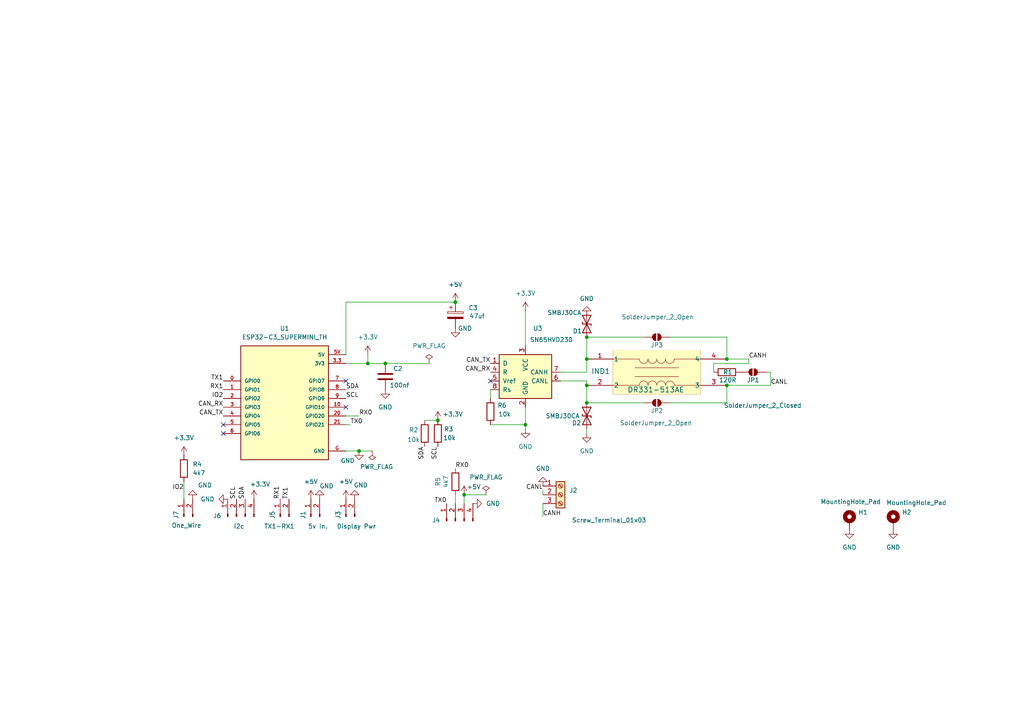
<source format=kicad_sch>
(kicad_sch (version 20250114) (generator "eeschema") (generator_version "9.0")
  (paper "A4")
  (lib_symbols
    (symbol "ACT1210D:ACT1210-510-2P-TL00" (pin_names (offset 0.254))
      (property "Reference" "IN1" (at 19.304 4.318 0))
      (property "Value" "DR331-513AE" (at 22.352 10.668 0))
      (symbol "ACT1210-510-2P-TL00_0_1"
        (polyline (pts (xy 7.62 2.54) (xy 7.62 -10.16)) (stroke (width 0.127)))
        (polyline (pts (xy 7.62 0) (xy 15.24 0)) (stroke (width 0.127)))
        (polyline (pts (xy 7.62 -7.62) (xy 15.24 -7.62)) (stroke (width 0.127)))
        (polyline (pts (xy 7.62 -10.16) (xy 33.02 -10.16)) (stroke (width 0.127)))
        (polyline (pts (xy 13.97 -2.54) (xy 26.67 -2.54)) (stroke (width 0.127)))
        (polyline (pts (xy 13.97 -5.08) (xy 26.67 -5.08)) (stroke (width 0.127)))
        (arc (start 17.78 0) (mid 16.51 -1.2645) (end 15.24 0) (stroke (width 0.127)))
        (arc (start 15.24 -7.62) (mid 16.51 -6.3555) (end 17.78 -7.62) (stroke (width 0.127)))
        (arc (start 20.32 0) (mid 19.05 -1.2645) (end 17.78 0) (stroke (width 0.127)))
        (arc (start 17.78 -7.62) (mid 19.05 -6.3555) (end 20.32 -7.62) (stroke (width 0.127)))
        (arc (start 22.86 0) (mid 21.59 -1.2645) (end 20.32 0) (stroke (width 0.127)))
        (arc (start 20.32 -7.62) (mid 21.59 -6.3555) (end 22.86 -7.62) (stroke (width 0.127)))
        (arc (start 25.4 0) (mid 24.13 -1.2645) (end 22.86 0) (stroke (width 0.127)))
        (arc (start 22.86 -7.62) (mid 24.13 -6.3555) (end 25.4 -7.62) (stroke (width 0.127)))
        (polyline (pts (xy 33.02 2.54) (xy 7.62 2.54)) (stroke (width 0.127)))
        (polyline (pts (xy 33.02 0) (xy 25.4 0)) (stroke (width 0.127)))
        (polyline (pts (xy 33.02 -7.62) (xy 25.4 -7.62)) (stroke (width 0.127)))
        (polyline (pts (xy 33.02 -10.16) (xy 33.02 2.54)) (stroke (width 0.127)))
      )
      (symbol "ACT1210-510-2P-TL00_1_1"
        (rectangle (start 7.62 2.54) (end 33.02 -10.16) (stroke (width 0) (color 255 255 194 1)) (fill (type color) (color 255 255 194 1)))
        (pin passive line (at 0 0 0) (length 7.62) (name "1") (number "1"))
        (pin passive line (at 0 -7.62 0) (length 7.62) (name "2") (number "2"))
        (pin passive line (at 40.64 0 180) (length 7.62) (name "4") (number "4"))
        (pin passive line (at 40.64 -7.62 180) (length 7.62) (name "3") (number "3"))
      )
    )
    (symbol "Connector:Conn_01x02_Pin" (pin_names (offset 1.016) (hide yes))
      (property "Reference" "J" (at 0 2.54 0))
      (property "Value" "Conn_01x02_Pin" (at 0 -5.08 0))
      (symbol "Conn_01x02_Pin_1_1"
        (rectangle (start 0.8636 0.127) (end 0 -0.127) (stroke (width 0.1524)) (fill (type outline)))
        (rectangle (start 0.8636 -2.413) (end 0 -2.667) (stroke (width 0.1524)) (fill (type outline)))
        (polyline (pts (xy 1.27 0) (xy 0.8636 0)) (stroke (width 0.1524)))
        (polyline (pts (xy 1.27 -2.54) (xy 0.8636 -2.54)) (stroke (width 0.1524)))
        (pin passive line (at 5.08 0 180) (length 3.81) (name "Pin_1") (number "1"))
        (pin passive line (at 5.08 -2.54 180) (length 3.81) (name "Pin_2") (number "2"))
      )
    )
    (symbol "Connector:Conn_01x04_Pin" (pin_names (offset 1.016) (hide yes))
      (property "Reference" "J" (at 0 5.08 0))
      (property "Value" "Conn_01x04_Pin" (at 0 -7.62 0))
      (symbol "Conn_01x04_Pin_1_1"
        (rectangle (start 0.8636 2.667) (end 0 2.413) (stroke (width 0.1524)) (fill (type outline)))
        (rectangle (start 0.8636 0.127) (end 0 -0.127) (stroke (width 0.1524)) (fill (type outline)))
        (rectangle (start 0.8636 -2.413) (end 0 -2.667) (stroke (width 0.1524)) (fill (type outline)))
        (rectangle (start 0.8636 -4.953) (end 0 -5.207) (stroke (width 0.1524)) (fill (type outline)))
        (polyline (pts (xy 1.27 2.54) (xy 0.8636 2.54)) (stroke (width 0.1524)))
        (polyline (pts (xy 1.27 0) (xy 0.8636 0)) (stroke (width 0.1524)))
        (polyline (pts (xy 1.27 -2.54) (xy 0.8636 -2.54)) (stroke (width 0.1524)))
        (polyline (pts (xy 1.27 -5.08) (xy 0.8636 -5.08)) (stroke (width 0.1524)))
        (pin passive line (at 5.08 2.54 180) (length 3.81) (name "Pin_1") (number "1"))
        (pin passive line (at 5.08 0 180) (length 3.81) (name "Pin_2") (number "2"))
        (pin passive line (at 5.08 -2.54 180) (length 3.81) (name "Pin_3") (number "3"))
        (pin passive line (at 5.08 -5.08 180) (length 3.81) (name "Pin_4") (number "4"))
      )
    )
    (symbol "Connector:Screw_Terminal_01x03" (pin_names (offset 1.016) (hide yes))
      (property "Reference" "J" (at 0 5.08 0))
      (property "Value" "Screw_Terminal_01x03" (at 0 -5.08 0))
      (symbol "Screw_Terminal_01x03_1_1"
        (rectangle (start -1.27 3.81) (end 1.27 -3.81) (stroke (width 0.254)) (fill (type background)))
        (polyline (pts (xy -0.5334 2.8702) (xy 0.3302 2.032)) (stroke (width 0.1524)))
        (polyline (pts (xy -0.5334 0.3302) (xy 0.3302 -0.508)) (stroke (width 0.1524)))
        (polyline (pts (xy -0.5334 -2.2098) (xy 0.3302 -3.048)) (stroke (width 0.1524)))
        (polyline (pts (xy -0.3556 3.048) (xy 0.508 2.2098)) (stroke (width 0.1524)))
        (polyline (pts (xy -0.3556 0.508) (xy 0.508 -0.3302)) (stroke (width 0.1524)))
        (polyline (pts (xy -0.3556 -2.032) (xy 0.508 -2.8702)) (stroke (width 0.1524)))
        (circle (center 0 2.54) (radius 0.635) (stroke (width 0.1524)))
        (circle (center 0 0) (radius 0.635) (stroke (width 0.1524)))
        (circle (center 0 -2.54) (radius 0.635) (stroke (width 0.1524)))
        (pin passive line (at -5.08 2.54 0) (length 3.81) (name "Pin_1") (number "1"))
        (pin passive line (at -5.08 0 0) (length 3.81) (name "Pin_2") (number "2"))
        (pin passive line (at -5.08 -2.54 0) (length 3.81) (name "Pin_3") (number "3"))
      )
    )
    (symbol "Device:C" (pin_numbers (hide yes)) (pin_names (offset 0.254))
      (property "Reference" "C" (at 0.635 2.54 0))
      (property "Value" "C" (at 0.635 -2.54 0))
      (symbol "C_0_1"
        (polyline (pts (xy -2.032 0.762) (xy 2.032 0.762)) (stroke (width 0.508)))
        (polyline (pts (xy -2.032 -0.762) (xy 2.032 -0.762)) (stroke (width 0.508)))
      )
      (symbol "C_1_1"
        (pin passive line (at 0 3.81 270) (length 2.794) (name "~") (number "1"))
        (pin passive line (at 0 -3.81 90) (length 2.794) (name "~") (number "2"))
      )
    )
    (symbol "Device:C_Polarized" (pin_numbers (hide yes)) (pin_names (offset 0.254))
      (property "Reference" "C" (at 0.635 2.54 0))
      (property "Value" "C_Polarized" (at 0.635 -2.54 0))
      (symbol "C_Polarized_0_1"
        (rectangle (start -2.286 0.508) (end 2.286 1.016))
        (polyline (pts (xy -1.778 2.286) (xy -0.762 2.286)))
        (polyline (pts (xy -1.27 2.794) (xy -1.27 1.778)))
        (rectangle (start 2.286 -0.508) (end -2.286 -1.016) (fill (type outline)))
      )
      (symbol "C_Polarized_1_1"
        (pin passive line (at 0 3.81 270) (length 2.794) (name "~") (number "1"))
        (pin passive line (at 0 -3.81 90) (length 2.794) (name "~") (number "2"))
      )
    )
    (symbol "Device:R" (pin_numbers (hide yes)) (pin_names (offset 0))
      (property "Reference" "R" (at 2.032 0 90))
      (property "Value" "R" (at 0 0 90))
      (symbol "R_0_1"
        (rectangle (start -1.016 -2.54) (end 1.016 2.54) (stroke (width 0.254)))
      )
      (symbol "R_1_1"
        (pin passive line (at 0 3.81 270) (length 1.27) (name "~") (number "1"))
        (pin passive line (at 0 -3.81 90) (length 1.27) (name "~") (number "2"))
      )
    )
    (symbol "Diode:1N630xCA" (pin_numbers (hide yes)) (pin_names (offset 1.016) (hide yes))
      (property "Reference" "D" (at 0 2.54 0))
      (property "Value" "1N630xCA" (at 0 -2.54 0))
      (symbol "1N630xCA_0_1"
        (polyline (pts (xy -2.54 -1.27) (xy 0 0) (xy -2.54 1.27) (xy -2.54 -1.27)) (stroke (width 0.254)))
        (polyline (pts (xy 0.508 1.27) (xy 0 1.27) (xy 0 -1.27) (xy -0.508 -1.27)) (stroke (width 0.254)))
        (polyline (pts (xy 1.27 0) (xy -1.27 0)))
        (polyline (pts (xy 2.54 1.27) (xy 2.54 -1.27) (xy 0 0) (xy 2.54 1.27)) (stroke (width 0.254)))
      )
      (symbol "1N630xCA_1_1"
        (pin passive line (at -3.81 0 0) (length 2.54) (name "A1") (number "1"))
        (pin passive line (at 3.81 0 180) (length 2.54) (name "A2") (number "2"))
      )
    )
    (symbol "ESP32-C3_SUPERMINI_TH:ESP32-C3_SUPERMINI_TH" (pin_names (offset 1.016))
      (property "Reference" "U1" (at 0 20.32 0))
      (property "Value" "ESP32-C3_SUPERMINI_TH" (at 0 17.78 0))
      (symbol "ESP32-C3_SUPERMINI_TH_0_0"
        (rectangle (start -12.7 -17.78) (end 12.7 15.24) (stroke (width 0.254)) (fill (type background)))
        (pin bidirectional line (at -17.78 5.08 0) (length 5.08) (name "GPIO0") (number "0"))
        (pin bidirectional line (at -17.78 2.54 0) (length 5.08) (name "GPIO1") (number "1"))
        (pin bidirectional line (at -17.78 0 0) (length 5.08) (name "GPIO2") (number "2"))
        (pin bidirectional line (at -17.78 -2.54 0) (length 5.08) (name "GPIO3") (number "3"))
        (pin bidirectional line (at -17.78 -5.08 0) (length 5.08) (name "GPIO4") (number "4"))
        (pin bidirectional line (at -17.78 -7.62 0) (length 5.08) (name "GPIO5") (number "5"))
        (pin bidirectional line (at -17.78 -10.16 0) (length 5.08) (name "GPIO6") (number "6"))
        (pin power_in line (at 17.78 12.7 180) (length 5.08) (name "5V") (number "5V"))
        (pin power_in line (at 17.78 10.16 180) (length 5.08) (name "3V3") (number "3.3"))
        (pin bidirectional line (at 17.78 5.08 180) (length 5.08) (name "GPIO7") (number "7"))
        (pin bidirectional line (at 17.78 2.54 180) (length 5.08) (name "GPIO8") (number "8"))
        (pin bidirectional line (at 17.78 0 180) (length 5.08) (name "GPIO9") (number "9"))
        (pin bidirectional line (at 17.78 -2.54 180) (length 5.08) (name "GPIO10") (number "10"))
        (pin bidirectional line (at 17.78 -5.08 180) (length 5.08) (name "GPIO20") (number "20"))
        (pin bidirectional line (at 17.78 -7.62 180) (length 5.08) (name "GPIO21") (number "21"))
        (pin power_in line (at 17.78 -15.24 180) (length 5.08) (name "GND") (number "G"))
      )
    )
    (symbol "Interface_CAN_LIN:SN65HVD230" (pin_names (offset 1.016))
      (property "Reference" "U" (at -2.54 10.16 0))
      (property "Value" "SN65HVD230" (at -2.54 7.62 0))
      (symbol "SN65HVD230_0_1"
        (rectangle (start -7.62 5.08) (end 7.62 -7.62) (stroke (width 0.254)) (fill (type background)))
      )
      (symbol "SN65HVD230_1_1"
        (pin input line (at -10.16 2.54 0) (length 2.54) (name "D") (number "1"))
        (pin output line (at -10.16 0 0) (length 2.54) (name "R") (number "4"))
        (pin output line (at -10.16 -2.54 0) (length 2.54) (name "Vref") (number "5"))
        (pin input line (at -10.16 -5.08 0) (length 2.54) (name "Rs") (number "8"))
        (pin power_in line (at 0 7.62 270) (length 2.54) (name "VCC") (number "3"))
        (pin power_in line (at 0 -10.16 90) (length 2.54) (name "GND") (number "2"))
        (pin bidirectional line (at 10.16 0 180) (length 2.54) (name "CANH") (number "7"))
        (pin bidirectional line (at 10.16 -2.54 180) (length 2.54) (name "CANL") (number "6"))
      )
    )
    (symbol "Jumper:SolderJumper_2_Open" (pin_numbers (hide yes)) (pin_names (offset 0) (hide yes)) (exclude_from_sim yes) (in_bom no)
      (property "Reference" "JP" (at 0 2.032 0))
      (property "Value" "SolderJumper_2_Open" (at 0 -2.54 0))
      (symbol "SolderJumper_2_Open_0_1"
        (polyline (pts (xy -0.254 1.016) (xy -0.254 -1.016)))
        (arc (start -0.254 -1.016) (mid -1.2656 0) (end -0.254 1.016))
        (arc (start -0.254 -1.016) (mid -1.2656 0) (end -0.254 1.016) (fill (type outline)))
        (arc (start 0.254 1.016) (mid 1.2656 0) (end 0.254 -1.016))
        (arc (start 0.254 1.016) (mid 1.2656 0) (end 0.254 -1.016) (fill (type outline)))
        (polyline (pts (xy 0.254 1.016) (xy 0.254 -1.016)))
      )
      (symbol "SolderJumper_2_Open_1_1"
        (pin passive line (at -3.81 0 0) (length 2.54) (name "A") (number "1"))
        (pin passive line (at 3.81 0 180) (length 2.54) (name "B") (number "2"))
      )
    )
    (symbol "Mechanical:MountingHole_Pad" (pin_numbers (hide yes)) (pin_names (offset 1.016) (hide yes)) (exclude_from_sim yes) (in_bom no)
      (property "Reference" "H" (at 0 6.35 0))
      (property "Value" "MountingHole_Pad" (at 0 4.445 0))
      (symbol "MountingHole_Pad_0_1"
        (circle (center 0 1.27) (radius 1.27) (stroke (width 1.27)))
      )
      (symbol "MountingHole_Pad_1_1"
        (pin input line (at 0 -2.54 90) (length 2.54) (name "1") (number "1"))
      )
    )
    (symbol "power:+3.3V" (power) (pin_numbers (hide yes)) (pin_names (offset 0) (hide yes))
      (property "Value" "+3.3V" (at 0 3.556 0))
      (symbol "+3.3V_0_1"
        (polyline (pts (xy -0.762 1.27) (xy 0 2.54)))
        (polyline (pts (xy 0 2.54) (xy 0.762 1.27)))
        (polyline (pts (xy 0 0) (xy 0 2.54)))
      )
      (symbol "+3.3V_1_1"
        (pin power_in line (at 0 0 90) (length 0) (name "~") (number "1"))
      )
    )
    (symbol "power:+5V" (power) (pin_numbers (hide yes)) (pin_names (offset 0) (hide yes))
      (property "Value" "+5V" (at 0 3.556 0))
      (symbol "+5V_0_1"
        (polyline (pts (xy -0.762 1.27) (xy 0 2.54)))
        (polyline (pts (xy 0 2.54) (xy 0.762 1.27)))
        (polyline (pts (xy 0 0) (xy 0 2.54)))
      )
      (symbol "+5V_1_1"
        (pin power_in line (at 0 0 90) (length 0) (name "~") (number "1"))
      )
    )
    (symbol "power:GND" (power) (pin_numbers (hide yes)) (pin_names (offset 0) (hide yes))
      (property "Value" "GND" (at 0 -3.81 0))
      (symbol "GND_0_1"
        (polyline (pts (xy 0 0) (xy 0 -1.27) (xy 1.27 -1.27) (xy 0 -2.54) (xy -1.27 -1.27) (xy 0 -1.27)))
      )
      (symbol "GND_1_1"
        (pin power_in line (at 0 0 270) (length 0) (name "~") (number "1"))
      )
    )
    (symbol "power:PWR_FLAG" (power) (pin_numbers (hide yes)) (pin_names (offset 0) (hide yes))
      (property "Value" "PWR_FLAG" (at 0 3.81 0))
      (symbol "PWR_FLAG_0_0"
        (pin power_out line (at 0 0 90) (length 0) (name "~") (number "1"))
      )
      (symbol "PWR_FLAG_0_1"
        (polyline (pts (xy 0 0) (xy 0 1.27) (xy -1.016 1.905) (xy 0 2.54) (xy 1.016 1.905) (xy 0 1.27)))
      )
    )
  )
  (junction (at 170.18 104.14))
  (junction (at 170.18 97.79))
  (junction (at 127 121.92))
  (junction (at 152.4 123.19))
  (junction (at 170.18 116.84))
  (junction (at 111.76 105.41))
  (junction (at 106.68 105.41))
  (junction (at 104.14 130.81))
  (junction (at 210.82 104.14))
  (junction (at 170.18 111.76))
  (junction (at 210.82 111.76))
  (junction (at 132.08 87.63))
  (junction (at 134.62 143.51))
  (no_connect (at 64.77 125.73))
  (no_connect (at 64.77 123.19))
  (no_connect (at 142.24 110.49))
  (no_connect (at 100.33 118.11))
  (no_connect (at 100.33 110.49))
  (wire (pts (xy 104.14 130.81) (xy 107.95 130.81)))
  (wire (pts (xy 100.33 105.41) (xy 106.68 105.41)))
  (wire (pts (xy 134.62 143.51) (xy 134.62 146.05)))
  (wire (pts (xy 222.25 107.95) (xy 223.52 107.95)))
  (wire (pts (xy 210.82 111.76) (xy 223.52 111.76)))
  (wire (pts (xy 157.48 146.05) (xy 157.48 149.86)))
  (wire (pts (xy 106.68 105.41) (xy 106.68 102.87)))
  (wire (pts (xy 217.17 105.41) (xy 207.01 105.41)))
  (wire (pts (xy 100.33 120.65) (xy 104.14 120.65)))
  (wire (pts (xy 170.18 104.14) (xy 170.18 107.95)))
  (wire (pts (xy 100.33 123.19) (xy 101.6 123.19)))
  (wire (pts (xy 217.17 104.14) (xy 217.17 105.41)))
  (wire (pts (xy 100.33 87.63) (xy 132.08 87.63)))
  (wire (pts (xy 100.33 87.63) (xy 100.33 102.87)))
  (wire (pts (xy 162.56 110.49) (xy 170.18 110.49)))
  (wire (pts (xy 210.82 104.14) (xy 217.17 104.14)))
  (wire (pts (xy 210.82 116.84) (xy 194.31 116.84)))
  (wire (pts (xy 207.01 105.41) (xy 207.01 107.95)))
  (wire (pts (xy 210.82 111.76) (xy 210.82 116.84)))
  (wire (pts (xy 170.18 110.49) (xy 170.18 111.76)))
  (wire (pts (xy 152.4 90.17) (xy 152.4 100.33)))
  (wire (pts (xy 170.18 97.79) (xy 170.18 104.14)))
  (wire (pts (xy 100.33 130.81) (xy 104.14 130.81)))
  (wire (pts (xy 170.18 111.76) (xy 170.18 116.84)))
  (wire (pts (xy 106.68 105.41) (xy 111.76 105.41)))
  (wire (pts (xy 152.4 124.46) (xy 152.4 123.19)))
  (wire (pts (xy 140.97 143.51) (xy 134.62 143.51)))
  (wire (pts (xy 132.08 143.51) (xy 132.08 146.05)))
  (wire (pts (xy 170.18 97.79) (xy 186.69 97.79)))
  (wire (pts (xy 210.82 97.79) (xy 194.31 97.79)))
  (wire (pts (xy 186.69 116.84) (xy 170.18 116.84)))
  (wire (pts (xy 157.48 142.24) (xy 157.48 143.51)))
  (wire (pts (xy 53.34 139.7) (xy 53.34 144.78)))
  (wire (pts (xy 170.18 125.73) (xy 170.18 124.46)))
  (wire (pts (xy 152.4 123.19) (xy 152.4 118.11)))
  (wire (pts (xy 111.76 105.41) (xy 124.46 105.41)))
  (wire (pts (xy 223.52 107.95) (xy 223.52 111.76)))
  (wire (pts (xy 142.24 113.03) (xy 142.24 115.57)))
  (wire (pts (xy 142.24 123.19) (xy 152.4 123.19)))
  (wire (pts (xy 170.18 107.95) (xy 162.56 107.95)))
  (wire (pts (xy 170.18 91.44) (xy 170.18 90.17)))
  (wire (pts (xy 210.82 104.14) (xy 210.82 97.79)))
  (wire (pts (xy 123.19 121.92) (xy 127 121.92)))
  (label "IO2" (at 53.34 142.24 180))
  (label "CANH" (at 157.48 149.86 0))
  (label "CAN_RX" (at 64.77 118.11 180))
  (label "SDA" (at 123.19 129.54 270))
  (label "CAN_TX" (at 64.77 120.65 180))
  (label "CANL" (at 157.48 142.24 180))
  (label "SCL" (at 100.33 115.57 0))
  (label "SCL" (at 68.58 144.78 90))
  (label "CANL" (at 223.52 111.76 0))
  (label "CANH" (at 217.17 104.14 0))
  (label "TX1" (at 83.82 144.78 90))
  (label "CAN_RX" (at 142.24 107.95 180))
  (label "SCL" (at 127 129.54 270))
  (label "IO2" (at 64.77 115.57 180))
  (label "RX0" (at 104.14 120.65 0))
  (label "CAN_TX" (at 142.24 105.41 180))
  (label "TX0" (at 101.6 123.19 0))
  (label "TX0" (at 129.54 146.05 180))
  (label "TX1" (at 64.77 110.49 180))
  (label "RX0" (at 132.08 135.89 0))
  (label "RX1" (at 64.77 113.03 180))
  (label "SDA" (at 100.33 113.03 0))
  (label "SDA" (at 71.12 144.78 90))
  (label "RX1" (at 81.28 144.78 90))
  (symbol (lib_id "power:+5V") (at 90.17 144.78 0) (unit 1)
    (property "Reference" "#PWR4" (effects (hide yes)))
    (property "Value" "+5V" (at 90.17 139.7 0))
    (property "Description" "Power symbol creates a global label with name \"+5V\"" (effects (hide yes)))
  )
  (symbol (lib_id "power:+5V") (at 134.62 143.51 0) (unit 1)
    (property "Reference" "#PWR1" (effects (hide yes)))
    (property "Value" "+5V" (at 137.414 141.224 0))
    (property "Description" "Power symbol creates a global label with name \"+5V\"" (effects (hide yes)))
  )
  (symbol (lib_id "power:PWR_FLAG") (at 124.46 105.41 0) (unit 1)
    (property "Reference" "#FLG2" (effects (hide yes)))
    (property "Value" "PWR_FLAG" (at 124.46 100.33 0))
    (property "Description" "Special symbol for telling ERC where power comes from" (effects (hide yes)))
  )
  (symbol (lib_id "Device:R") (at 123.19 125.73 0) (unit 1)
    (property "Reference" "R2" (at 118.618 124.714 0) (effects (justify left)))
    (property "Value" "10k" (at 118.11 127.508 0) (effects (justify left)))
    (property "Footprint" "Resistor_SMD:R_1206_3216Metric_Pad1.30x1.75mm_HandSolder" (effects (hide yes)))
    (property "Description" "Resistor" (effects (hide yes)))
  )
  (symbol (lib_id "power:GND") (at 66.04 144.78 270) (unit 1)
    (property "Reference" "#PWR15" (effects (hide yes)))
    (property "Value" "GND" (at 62.23 144.7799 90) (effects (justify right)))
    (property "Description" "Power symbol creates a global label with name \"GND\" , ground" (effects (hide yes)))
  )
  (symbol (lib_id "Device:R") (at 142.24 119.38 0) (unit 1)
    (property "Reference" "R6" (at 144.272 117.602 0) (effects (justify left)))
    (property "Value" "10k" (at 144.526 120.142 0) (effects (justify left)))
    (property "Footprint" "Resistor_SMD:R_1206_3216Metric_Pad1.30x1.75mm_HandSolder" (effects (hide yes)))
    (property "Description" "Resistor" (effects (hide yes)))
  )
  (symbol (lib_id "power:GND") (at 102.87 144.78 180) (unit 1)
    (property "Reference" "#PWR14" (effects (hide yes)))
    (property "Value" "GND" (at 104.648 140.716 0))
    (property "Description" "Power symbol creates a global label with name \"GND\" , ground" (effects (hide yes)))
  )
  (symbol (lib_id "Mechanical:MountingHole_Pad") (at 246.38 151.13 0) (unit 1) (exclude_from_sim yes) (in_bom no)
    (property "Reference" "H1" (at 248.92 148.5899 0) (effects (justify left)))
    (property "Value" "MountingHole_Pad" (at 237.998 145.542 0) (effects (justify left)))
    (property "Footprint" "MountingHole:MountingHole_3.5mm_Pad_Via" (effects (hide yes)))
    (property "Description" "Mounting Hole with connection" (effects (hide yes)))
  )
  (symbol (lib_id "power:GND") (at 137.16 146.05 90) (unit 1)
    (property "Reference" "#PWR10" (effects (hide yes)))
    (property "Value" "GND" (at 140.97 146.0499 90) (effects (justify right)))
    (property "Description" "Power symbol creates a global label with name \"GND\" , ground" (effects (hide yes)))
  )
  (symbol (lib_id "Device:C_Polarized") (at 132.08 91.44 0) (unit 1)
    (property "Reference" "C3" (at 135.89 89.2809 0) (effects (justify left)))
    (property "Value" "47uf" (at 136.144 91.694 0) (effects (justify left)))
    (property "Footprint" "Capacitor_Tantalum_SMD:CP_EIA-7343-20_Kemet-V_HandSolder" (effects (hide yes)))
    (property "Description" "Polarized capacitor" (effects (hide yes)))
  )
  (symbol (lib_id "Connector:Conn_01x02_Pin") (at 90.17 149.86 90) (unit 1)
    (property "Reference" "J1" (at 87.884 149.352 0))
    (property "Value" "5v In." (at 92.202 152.654 90))
    (property "Footprint" "Connector_JST:JST_EH_B2B-EH-A_1x02_P2.50mm_Vertical" (effects (hide yes)))
    (property "Description" "Generic connector, single row, 01x02, script generated" (effects (hide yes)))
  )
  (symbol (lib_id "Connector:Conn_01x02_Pin") (at 81.28 149.86 90) (unit 1)
    (property "Reference" "J5" (at 78.994 149.352 0))
    (property "Value" "TX1-RX1" (at 81.026 152.654 90))
    (property "Footprint" "Connector_JST:JST_EH_B2B-EH-A_1x02_P2.50mm_Vertical" (effects (hide yes)))
    (property "Description" "Generic connector, single row, 01x02, script generated" (effects (hide yes)))
  )
  (symbol (lib_id "power:GND") (at 152.4 124.46 0) (unit 1)
    (property "Reference" "#PWR9" (effects (hide yes)))
    (property "Value" "GND" (at 152.4 129.54 0))
    (property "Description" "Power symbol creates a global label with name \"GND\" , ground" (effects (hide yes)))
  )
  (symbol (lib_id "ESP32-C3_SUPERMINI_TH:ESP32-C3_SUPERMINI_TH") (at 82.55 115.57 0) (unit 1)
    (property "Reference" "U1" (at 82.55 95.25 0))
    (property "Value" "ESP32-C3_SUPERMINI_TH" (at 82.55 97.79 0))
    (property "Footprint" "Package_DIP:MODULE_ESP32-C3_SUPERMINI" (effects (hide yes)))
    (property "MF" "Espressif Systems" (effects (hide yes)))
    (property "MAXIMUM_PACKAGE_HEIGHT" "4.2mm" (effects (hide yes)))
    (property "Package" "Package" (effects (hide yes)))
    (property "Price" "None" (effects (hide yes)))
    (property "Check_prices" "https://www.snapeda.com/parts/ESP32-C3%20SuperMini_TH/Espressif+Systems/view-part/?ref=eda" (effects (hide yes)))
    (property "STANDARD" "Manufacturer Recommendations" (effects (hide yes)))
    (property "SnapEDA_Link" "https://www.snapeda.com/parts/ESP32-C3%20SuperMini_TH/Espressif+Systems/view-part/?ref=snap" (effects (hide yes)))
    (property "MP" "ESP32-C3 SuperMini_TH" (effects (hide yes)))
    (property "Description_1" "\n                        \n                            Super tiny ESP32-C3 board\n                        \n" (effects (hide yes)))
    (property "Availability" "Not in stock" (effects (hide yes)))
    (property "MANUFACTURER" "Espressif" (effects (hide yes)))
  )
  (symbol (lib_id "power:+3.3V") (at 53.34 132.08 0) (unit 1)
    (property "Reference" "#PWR19" (effects (hide yes)))
    (property "Value" "+3.3V" (at 53.34 127 0))
    (property "Description" "Power symbol creates a global label with name \"+3.3V\"" (effects (hide yes)))
  )
  (symbol (lib_id "power:GND") (at 170.18 125.73 0) (unit 1)
    (property "Reference" "#PWR2" (effects (hide yes)))
    (property "Value" "GND" (at 170.18 130.81 0))
    (property "Description" "Power symbol creates a global label with name \"GND\" , ground" (effects (hide yes)))
  )
  (symbol (lib_id "Device:R") (at 210.82 107.95 90) (unit 1)
    (property "Reference" "R1" (at 211.074 107.95 90))
    (property "Value" "120R" (at 211.074 110.236 90))
    (property "Footprint" "Resistor_SMD:R_1206_3216Metric_Pad1.30x1.75mm_HandSolder" (effects (hide yes)))
    (property "Description" "Resistor" (effects (hide yes)))
  )
  (symbol (lib_id "power:GND") (at 92.71 144.78 180) (unit 1)
    (property "Reference" "#PWR13" (effects (hide yes)))
    (property "Value" "GND" (at 94.742 140.97 0))
    (property "Description" "Power symbol creates a global label with name \"GND\" , ground" (effects (hide yes)))
  )
  (symbol (lib_id "Connector:Screw_Terminal_01x03") (at 162.56 143.51 0) (unit 1)
    (property "Reference" "J2" (at 165.1 142.2399 0) (effects (justify left)))
    (property "Value" "Screw_Terminal_01x03" (at 165.862 150.876 0) (effects (justify left)))
    (property "Footprint" "TerminalBlock:TerminalBlock_Xinya_XY308-2.54-3P_1x03_P2.54mm_Horizontal" (effects (hide yes)))
    (property "Description" "Generic screw terminal, single row, 01x03, script generated (kicad-library-utils/schlib/autogen/connector/)" (effects (hide yes)))
  )
  (symbol (lib_id "Device:R") (at 132.08 139.7 180) (unit 1)
    (property "Reference" "R5" (at 127 139.7 90))
    (property "Value" "4k7" (at 129.286 139.7 90))
    (property "Footprint" "Resistor_SMD:R_1206_3216Metric_Pad1.30x1.75mm_HandSolder" (effects (hide yes)))
    (property "Description" "Resistor" (effects (hide yes)))
  )
  (symbol (lib_id "power:GND") (at 157.48 140.97 180) (unit 1)
    (property "Reference" "#PWR7" (effects (hide yes)))
    (property "Value" "GND" (at 157.48 135.89 0))
    (property "Description" "Power symbol creates a global label with name \"GND\" , ground" (effects (hide yes)))
  )
  (symbol (lib_id "power:GND") (at 111.76 113.03 0) (unit 1)
    (property "Reference" "#PWR6" (effects (hide yes)))
    (property "Value" "GND" (at 111.76 118.11 0))
    (property "Description" "Power symbol creates a global label with name \"GND\" , ground" (effects (hide yes)))
  )
  (symbol (lib_id "Connector:Conn_01x02_Pin") (at 53.34 149.86 90) (unit 1)
    (property "Reference" "J7" (at 51.054 149.352 0))
    (property "Value" "One_Wire" (at 54.102 152.4 90))
    (property "Footprint" "Connector_JST:JST_EH_B2B-EH-A_1x02_P2.50mm_Vertical" (effects (hide yes)))
    (property "Description" "Generic connector, single row, 01x02, script generated" (effects (hide yes)))
  )
  (symbol (lib_id "Jumper:SolderJumper_2_Open") (at 190.5 116.84 0) (unit 1) (exclude_from_sim yes) (in_bom no)
    (property "Reference" "JP2" (at 190.5 119.126 0))
    (property "Value" "SolderJumper_2_Open" (at 190.246 122.682 0))
    (property "Footprint" "Jumper:SolderJumper-2_P1.3mm_Open_TrianglePad1.0x1.5mm" (effects (hide yes)))
    (property "Description" "Solder Jumper, 2-pole, open" (effects (hide yes)))
  )
  (symbol (lib_id "Device:C") (at 111.76 109.22 0) (unit 1)
    (property "Reference" "C2" (at 114.046 106.934 0) (effects (justify left)))
    (property "Value" "100nf" (at 113.03 111.76 0) (effects (justify left)))
    (property "Footprint" "Capacitor_SMD:C_1206_3216Metric_Pad1.33x1.80mm_HandSolder" (effects (hide yes)))
    (property "Description" "Unpolarized capacitor" (effects (hide yes)))
  )
  (symbol (lib_id "Diode:1N630xCA") (at 170.18 93.98 90) (unit 1)
    (property "Reference" "D1" (at 166.116 96.012 90) (effects (justify right)))
    (property "Value" "SMBJ30CA" (at 158.75 90.678 90) (effects (justify right)))
    (property "Footprint" "smb-diode:DIODE_DO-214AC-L" (effects (hide yes)))
    (property "Datasheet" "https://www.vishay.com/docs/88392/smbj.pdf" (effects (hide yes)))
    (property "Description" "Transient Voltage Suppressor" (effects (hide yes)))
  )
  (symbol (lib_id "power:GND") (at 259.08 153.67 0) (unit 1)
    (property "Reference" "#PWR20" (effects (hide yes)))
    (property "Value" "GND" (at 259.08 158.75 0))
    (property "Description" "Power symbol creates a global label with name \"GND\" , ground" (effects (hide yes)))
  )
  (symbol (lib_id "Diode:1N630xCA") (at 170.18 120.65 270) (unit 1)
    (property "Reference" "D2" (at 165.862 122.682 90) (effects (justify left)))
    (property "Value" "SMBJ30CA" (at 158.242 120.65 90) (effects (justify left)))
    (property "Footprint" "smb-diode:DIODE_DO-214AC-L" (effects (hide yes)))
    (property "Datasheet" "https://www.vishay.com/docs/88392/smbj.pdf" (effects (hide yes)))
    (property "Description" "Transient Voltage Suppressor" (effects (hide yes)))
  )
  (symbol (lib_id "power:+5V") (at 100.33 144.78 0) (unit 1)
    (property "Reference" "#PWR12" (effects (hide yes)))
    (property "Value" "+5V" (at 100.33 139.7 0))
    (property "Description" "Power symbol creates a global label with name \"+5V\"" (effects (hide yes)))
  )
  (symbol (lib_id "power:GND") (at 132.08 95.25 0) (unit 1)
    (property "Reference" "#PWR11" (effects (hide yes)))
    (property "Value" "GND" (at 134.874 95.25 0))
    (property "Description" "Power symbol creates a global label with name \"GND\" , ground" (effects (hide yes)))
  )
  (symbol (lib_id "ACT1210D:ACT1210-510-2P-TL00") (at 170.18 104.14 0) (unit 1)
    (property "Reference" "IND1" (at 174.244 107.696 0) (effects (font (size 1.524 1.524))))
    (property "Value" "DR331-513AE" (at 190.246 113.03 0) (effects (font (size 1.524 1.524))))
    (property "Footprint" "dr331:DR331" (effects (hide yes)))
    (property "Datasheet" "https://www.bourns.com/data/global/pdfs/DR331.pdf" (effects (hide yes)))
  )
  (symbol (lib_id "power:+3.3V") (at 73.66 144.78 0) (unit 1)
    (property "Reference" "#PWR16" (effects (hide yes)))
    (property "Value" "+3.3V" (at 75.438 140.462 0))
    (property "Description" "Power symbol creates a global label with name \"+3.3V\"" (effects (hide yes)))
  )
  (symbol (lib_id "Connector:Conn_01x04_Pin") (at 132.08 151.13 90) (unit 1)
    (property "Reference" "J4" (at 126.492 150.876 90))
    (property "Value" "i2c" (effects (hide yes)))
    (property "Footprint" "Connector_JST:JST_EH_B4B-EH-A_1x04_P2.50mm_Vertical" (effects (hide yes)))
    (property "Description" "Generic connector, single row, 01x04, script generated" (effects (hide yes)))
  )
  (symbol (lib_id "power:+3.3V") (at 127 121.92 0) (unit 1)
    (property "Reference" "#PWR17" (effects (hide yes)))
    (property "Value" "+3.3V" (at 131.318 120.142 0))
    (property "Description" "Power symbol creates a global label with name \"+3.3V\"" (effects (hide yes)))
  )
  (symbol (lib_id "Mechanical:MountingHole_Pad") (at 259.08 151.13 0) (unit 1) (exclude_from_sim yes) (in_bom no)
    (property "Reference" "H2" (at 261.62 148.5899 0) (effects (justify left)))
    (property "Value" "MountingHole_Pad" (at 257.048 145.796 0) (effects (justify left)))
    (property "Footprint" "MountingHole:MountingHole_3.5mm_Pad_Via" (effects (hide yes)))
    (property "Description" "Mounting Hole with connection" (effects (hide yes)))
  )
  (symbol (lib_id "power:GND") (at 55.88 144.78 180) (unit 1)
    (property "Reference" "#PWR18" (effects (hide yes)))
    (property "Value" "GND" (at 59.436 140.716 0))
    (property "Description" "Power symbol creates a global label with name \"GND\" , ground" (effects (hide yes)))
  )
  (symbol (lib_id "Interface_CAN_LIN:SN65HVD230") (at 152.4 107.95 0) (unit 1)
    (property "Reference" "U3" (at 154.5941 95.25 0) (effects (justify left)))
    (property "Value" "SN65HVD230" (at 153.67 98.552 0) (effects (justify left)))
    (property "Footprint" "Package_SO:SOIC-8_3.9x4.9mm_P1.27mm" (effects (hide yes)))
    (property "Datasheet" "http://www.ti.com/lit/ds/symlink/sn65hvd230.pdf" (effects (hide yes)))
    (property "Description" "CAN Bus Transceivers, 3.3V, 1Mbps, Low-Power capabilities, SOIC-8" (effects (hide yes)))
  )
  (symbol (lib_id "Device:R") (at 53.34 135.89 0) (unit 1)
    (property "Reference" "R4" (at 55.88 134.6199 0) (effects (justify left)))
    (property "Value" "4k7" (at 55.88 137.1599 0) (effects (justify left)))
    (property "Footprint" "Resistor_SMD:R_1206_3216Metric_Pad1.30x1.75mm_HandSolder" (effects (hide yes)))
    (property "Description" "Resistor" (effects (hide yes)))
  )
  (symbol (lib_id "Connector:Conn_01x04_Pin") (at 68.58 149.86 90) (unit 1)
    (property "Reference" "J6" (at 62.992 149.606 90))
    (property "Value" "i2c" (at 69.342 152.654 90))
    (property "Footprint" "Connector_JST:JST_EH_B4B-EH-A_1x04_P2.50mm_Vertical" (effects (hide yes)))
    (property "Description" "Generic connector, single row, 01x04, script generated" (effects (hide yes)))
  )
  (symbol (lib_id "Jumper:SolderJumper_2_Open") (at 190.5 97.79 0) (unit 1) (exclude_from_sim yes) (in_bom no)
    (property "Reference" "JP3" (at 190.5 100.076 0))
    (property "Value" "SolderJumper_2_Open" (at 190.754 91.948 0))
    (property "Footprint" "Jumper:SolderJumper-2_P1.3mm_Open_TrianglePad1.0x1.5mm" (effects (hide yes)))
    (property "Description" "Solder Jumper, 2-pole, open" (effects (hide yes)))
  )
  (symbol (lib_id "power:PWR_FLAG") (at 107.95 130.81 180) (unit 1)
    (property "Reference" "#FLG3" (effects (hide yes)))
    (property "Value" "PWR_FLAG" (at 109.22 135.382 0))
    (property "Description" "Special symbol for telling ERC where power comes from" (effects (hide yes)))
  )
  (symbol (lib_id "power:GND") (at 170.18 91.44 180) (unit 1)
    (property "Reference" "#PWR3" (effects (hide yes)))
    (property "Value" "GND" (at 170.18 86.614 0))
    (property "Description" "Power symbol creates a global label with name \"GND\" , ground" (effects (hide yes)))
  )
  (symbol (lib_id "power:GND") (at 104.14 130.81 0) (unit 1)
    (property "Reference" "#PWR8" (effects (hide yes)))
    (property "Value" "GND" (at 100.838 133.604 0))
    (property "Description" "Power symbol creates a global label with name \"GND\" , ground" (effects (hide yes)))
  )
  (symbol (lib_id "Device:R") (at 127 125.73 0) (unit 1)
    (property "Reference" "R3" (at 128.778 124.46 0) (effects (justify left)))
    (property "Value" "10k" (at 128.524 127 0) (effects (justify left)))
    (property "Footprint" "Resistor_SMD:R_1206_3216Metric_Pad1.30x1.75mm_HandSolder" (effects (hide yes)))
    (property "Description" "Resistor" (effects (hide yes)))
  )
  (symbol (lib_id "power:+3.3V") (at 106.68 102.87 0) (unit 1)
    (property "Reference" "#PWR5" (effects (hide yes)))
    (property "Value" "+3.3V" (at 106.68 97.79 0))
    (property "Description" "Power symbol creates a global label with name \"+3.3V\"" (effects (hide yes)))
  )
  (symbol (lib_id "Jumper:SolderJumper_2_Open") (at 218.44 107.95 0) (unit 1) (exclude_from_sim yes) (in_bom no)
    (property "Reference" "JP1" (at 218.44 110.236 0))
    (property "Value" "SolderJumper_2_Closed" (at 221.234 117.602 0))
    (property "Footprint" "Jumper:SolderJumper-2_P1.3mm_Bridged_Pad1.0x1.5mm" (effects (hide yes)))
    (property "Description" "Solder Jumper, 2-pole, open" (effects (hide yes)))
  )
  (symbol (lib_id "power:PWR_FLAG") (at 140.97 143.51 0) (unit 1)
    (property "Reference" "#FLG1" (effects (hide yes)))
    (property "Value" "PWR_FLAG" (at 140.97 138.43 0))
    (property "Description" "Special symbol for telling ERC where power comes from" (effects (hide yes)))
  )
  (symbol (lib_id "power:GND") (at 246.38 153.67 0) (unit 1)
    (property "Reference" "#PWR21" (effects (hide yes)))
    (property "Value" "GND" (at 246.38 158.75 0))
    (property "Description" "Power symbol creates a global label with name \"GND\" , ground" (effects (hide yes)))
  )
  (symbol (lib_id "power:+3.3V") (at 152.4 90.17 0) (unit 1)
    (property "Reference" "#PWR24" (effects (hide yes)))
    (property "Value" "+3.3V" (at 152.4 85.09 0))
    (property "Description" "Power symbol creates a global label with name \"+3.3V\"" (effects (hide yes)))
  )
  (symbol (lib_id "power:+5V") (at 132.08 87.63 0) (unit 1)
    (property "Reference" "#PWR23" (effects (hide yes)))
    (property "Value" "+5V" (at 132.08 82.55 0))
    (property "Description" "Power symbol creates a global label with name \"+5V\"" (effects (hide yes)))
  )
  (symbol (lib_id "Connector:Conn_01x02_Pin") (at 100.33 149.86 90) (unit 1)
    (property "Reference" "J3" (at 98.044 149.352 0))
    (property "Value" "Display Pwr" (at 103.378 152.654 90))
    (property "Footprint" "Connector_JST:JST_EH_B2B-EH-A_1x02_P2.50mm_Vertical" (effects (hide yes)))
    (property "Description" "Generic connector, single row, 01x02, script generated" (effects (hide yes)))
  )
)
</source>
